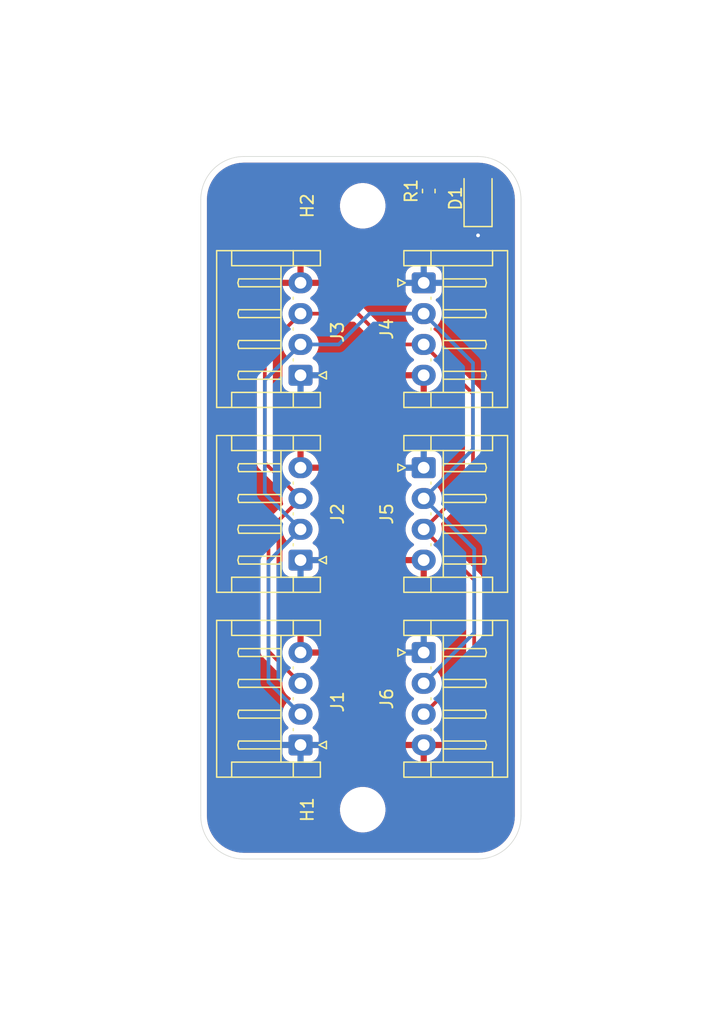
<source format=kicad_pcb>
(kicad_pcb (version 20241229) (generator "pcbnew") (generator_version "9.0")
  (layers (0 "F.Cu" signal) (2 "B.Cu" signal) (13 "F.Paste" user) (15 "B.Paste" user) (5 "F.SilkS" user "F.Silkscreen") (7 "B.SilkS" user "B.Silkscreen") (1 "F.Mask" user) (3 "B.Mask" user) (25 "Edge.Cuts" user))
  (net 0 "")
  (net 1 "GND")
  (net 2 "/PWR_LED")
  (net 3 "+5V")
  (net 4 "/CANL")
  (net 5 "/CANH")
  (footprint "MountingHole:MountingHole_3.2mm_M3" (layer "F.Cu") (at 105.05 125.6)
    (property "Reference" "H1" (at -4.5 0 90) (layer "F.SilkS"))
    (property "Value" "M3")
    (pad "" np_thru_hole circle (at 0 0) (size 3.2 3.2) (drill 3.2) (layers "*.Cu" "*.Mask"))
  )
  (footprint "Connector_JST:JST_EH_S4B-EH_1x04_P2.50mm_Horizontal" (layer "F.Cu") (at 110 82.85 -90)
    (property "Reference" "J4" (at 3.75 3 90) (layer "F.SilkS"))
    (property "Value" "Conn_01x04_Socket")
    (fp_line (start -0.3 2.1) (end 0.3 2.1) (stroke (width 0.12)) (layer "F.SilkS"))
    (fp_line (start 0.3 2.1) (end 0 1.5) (stroke (width 0.12)) (layer "F.SilkS"))
    (fp_line (start -2.61 1.61) (end -2.61 -6.81) (stroke (width 0.12)) (layer "F.SilkS"))
    (fp_line (start -1.39 1.61) (end -2.61 1.61) (stroke (width 0.12)) (layer "F.SilkS"))
    (fp_line (start 8.89 1.61) (end 8.89 -0.59) (stroke (width 0.12)) (layer "F.SilkS"))
    (fp_line (start 10.11 1.61) (end 8.89 1.61) (stroke (width 0.12)) (layer "F.SilkS"))
    (fp_line (start 0 1.5) (end -0.3 2.1) (stroke (width 0.12)) (layer "F.SilkS"))
    (fp_line (start -1.39 -0.59) (end -1.39 1.61) (stroke (width 0.12)) (layer "F.SilkS"))
    (fp_line (start -1.39 -0.59) (end -2.61 -0.59) (stroke (width 0.12)) (layer "F.SilkS"))
    (fp_line (start 1.17 -0.59) (end 1.33 -0.59) (stroke (width 0.12)) (layer "F.SilkS"))
    (fp_line (start 3.67 -0.59) (end 3.83 -0.59) (stroke (width 0.12)) (layer "F.SilkS"))
    (fp_line (start 6.17 -0.59) (end 6.33 -0.59) (stroke (width 0.12)) (layer "F.SilkS"))
    (fp_line (start 8.89 -0.59) (end 10.11 -0.59) (stroke (width 0.12)) (layer "F.SilkS"))
    (fp_line (start -1.39 -1.59) (end 8.89 -1.59) (stroke (width 0.12)) (layer "F.SilkS"))
    (fp_line (start -0.32 -1.59) (end -0.32 -5.01) (stroke (width 0.12)) (layer "F.SilkS"))
    (fp_line (start 0 -1.59) (end -0.32 -1.59) (stroke (width 0.12)) (layer "F.SilkS"))
    (fp_line (start 0.32 -1.59) (end 0 -1.59) (stroke (width 0.12)) (layer "F.SilkS"))
    (fp_line (start 2.18 -1.59) (end 2.18 -5.01) (stroke (width 0.12)) (layer "F.SilkS"))
    (fp_line (start 2.5 -1.59) (end 2.18 -1.59) (stroke (width 0.12)) (layer "F.SilkS"))
    (fp_line (start 2.82 -1.59) (end 2.5 -1.59) (stroke (width 0.12)) (layer "F.SilkS"))
    (fp_line (start 4.68 -1.59) (end 4.68 -5.01) (stroke (width 0.12)) (layer "F.SilkS"))
    (fp_line (start 5 -1.59) (end 4.68 -1.59) (stroke (width 0.12)) (layer "F.SilkS"))
    (fp_line (start 5.32 -1.59) (end 5 -1.59) (stroke (width 0.12)) (layer "F.SilkS"))
    (fp_line (start 7.18 -1.59) (end 7.18 -5.01) (stroke (width 0.12)) (layer "F.SilkS"))
    (fp_line (start 7.5 -1.59) (end 7.18 -1.59) (stroke (width 0.12)) (layer "F.SilkS"))
    (fp_line (start 7.82 -1.59) (end 7.5 -1.59) (stroke (width 0.12)) (layer "F.SilkS"))
    (fp_line (start -0.32 -5.01) (end 0 -5.09) (stroke (width 0.12)) (layer "F.SilkS"))
    (fp_line (start 0.32 -5.01) (end 0.32 -1.59) (stroke (width 0.12)) (layer "F.SilkS"))
    (fp_line (start 2.18 -5.01) (end 2.5 -5.09) (stroke (width 0.12)) (layer "F.SilkS"))
    (fp_line (start 2.82 -5.01) (end 2.82 -1.59) (stroke (width 0.12)) (layer "F.SilkS"))
    (fp_line (start 4.68 -5.01) (end 5 -5.09) (stroke (width 0.12)) (layer "F.SilkS"))
    (fp_line (start 5.32 -5.01) (end 5.32 -1.59) (stroke (width 0.12)) (layer "F.SilkS"))
    (fp_line (start 7.18 -5.01) (end 7.5 -5.09) (stroke (width 0.12)) (layer "F.SilkS"))
    (fp_line (start 7.82 -5.01) (end 7.82 -1.59) (stroke (width 0.12)) (layer "F.SilkS"))
    (fp_line (start 0 -5.09) (end 0.32 -5.01) (stroke (width 0.12)) (layer "F.SilkS"))
    (fp_line (start 2.5 -5.09) (end 2.82 -5.01) (stroke (width 0.12)) (layer "F.SilkS"))
    (fp_line (start 5 -5.09) (end 5.32 -5.01) (stroke (width 0.12)) (layer "F.SilkS"))
    (fp_line (start 7.5 -5.09) (end 7.82 -5.01) (stroke (width 0.12)) (layer "F.SilkS"))
    (fp_line (start -2.61 -5.59) (end -1.39 -5.59) (stroke (width 0.12)) (layer "F.SilkS"))
    (fp_line (start -1.39 -5.59) (end -1.39 -0.59) (stroke (width 0.12)) (layer "F.SilkS"))
    (fp_line (start 8.89 -5.59) (end 8.89 -0.59) (stroke (width 0.12)) (layer "F.SilkS"))
    (fp_line (start 10.11 -5.59) (end 8.89 -5.59) (stroke (width 0.12)) (layer "F.SilkS"))
    (fp_line (start -2.61 -6.81) (end 10.11 -6.81) (stroke (width 0.12)) (layer "F.SilkS"))
    (fp_line (start 10.11 -6.81) (end 10.11 1.61) (stroke (width 0.12)) (layer "F.SilkS"))
    (pad "1" thru_hole roundrect (at 0 0 270) (size 1.7 1.95) (drill 0.95) (layers "*.Cu" "*.Mask") (roundrect_rratio 0.147059) (net 1 "GND"))
    (pad "2" thru_hole oval (at 2.5 0 270) (size 1.7 1.95) (drill 0.95) (layers "*.Cu" "*.Mask") (net 5 "/CANH"))
    (pad "3" thru_hole oval (at 5 0 270) (size 1.7 1.95) (drill 0.95) (layers "*.Cu" "*.Mask") (net 4 "/CANL"))
    (pad "4" thru_hole oval (at 7.5 0 270) (size 1.7 1.95) (drill 0.95) (layers "*.Cu" "*.Mask") (net 3 "+5V"))
  )
  (footprint "Connector_JST:JST_EH_S4B-EH_1x04_P2.50mm_Horizontal" (layer "F.Cu") (at 100 120.35 90)
    (property "Reference" "J1" (at 3.5 3 90) (layer "F.SilkS"))
    (property "Value" "Conn_01x04_Socket")
    (fp_line (start 10.11 -6.81) (end 10.11 1.61) (stroke (width 0.12)) (layer "F.SilkS"))
    (fp_line (start -2.61 -6.81) (end 10.11 -6.81) (stroke (width 0.12)) (layer "F.SilkS"))
    (fp_line (start 10.11 -5.59) (end 8.89 -5.59) (stroke (width 0.12)) (layer "F.SilkS"))
    (fp_line (start 8.89 -5.59) (end 8.89 -0.59) (stroke (width 0.12)) (layer "F.SilkS"))
    (fp_line (start -1.39 -5.59) (end -1.39 -0.59) (stroke (width 0.12)) (layer "F.SilkS"))
    (fp_line (start -2.61 -5.59) (end -1.39 -5.59) (stroke (width 0.12)) (layer "F.SilkS"))
    (fp_line (start 7.5 -5.09) (end 7.82 -5.01) (stroke (width 0.12)) (layer "F.SilkS"))
    (fp_line (start 5 -5.09) (end 5.32 -5.01) (stroke (width 0.12)) (layer "F.SilkS"))
    (fp_line (start 2.5 -5.09) (end 2.82 -5.01) (stroke (width 0.12)) (layer "F.SilkS"))
    (fp_line (start 0 -5.09) (end 0.32 -5.01) (stroke (width 0.12)) (layer "F.SilkS"))
    (fp_line (start 7.82 -5.01) (end 7.82 -1.59) (stroke (width 0.12)) (layer "F.SilkS"))
    (fp_line (start 7.18 -5.01) (end 7.5 -5.09) (stroke (width 0.12)) (layer "F.SilkS"))
    (fp_line (start 5.32 -5.01) (end 5.32 -1.59) (stroke (width 0.12)) (layer "F.SilkS"))
    (fp_line (start 4.68 -5.01) (end 5 -5.09) (stroke (width 0.12)) (layer "F.SilkS"))
    (fp_line (start 2.82 -5.01) (end 2.82 -1.59) (stroke (width 0.12)) (layer "F.SilkS"))
    (fp_line (start 2.18 -5.01) (end 2.5 -5.09) (stroke (width 0.12)) (layer "F.SilkS"))
    (fp_line (start 0.32 -5.01) (end 0.32 -1.59) (stroke (width 0.12)) (layer "F.SilkS"))
    (fp_line (start -0.32 -5.01) (end 0 -5.09) (stroke (width 0.12)) (layer "F.SilkS"))
    (fp_line (start 7.82 -1.59) (end 7.5 -1.59) (stroke (width 0.12)) (layer "F.SilkS"))
    (fp_line (start 7.5 -1.59) (end 7.18 -1.59) (stroke (width 0.12)) (layer "F.SilkS"))
    (fp_line (start 7.18 -1.59) (end 7.18 -5.01) (stroke (width 0.12)) (layer "F.SilkS"))
    (fp_line (start 5.32 -1.59) (end 5 -1.59) (stroke (width 0.12)) (layer "F.SilkS"))
    (fp_line (start 5 -1.59) (end 4.68 -1.59) (stroke (width 0.12)) (layer "F.SilkS"))
    (fp_line (start 4.68 -1.59) (end 4.68 -5.01) (stroke (width 0.12)) (layer "F.SilkS"))
    (fp_line (start 2.82 -1.59) (end 2.5 -1.59) (stroke (width 0.12)) (layer "F.SilkS"))
    (fp_line (start 2.5 -1.59) (end 2.18 -1.59) (stroke (width 0.12)) (layer "F.SilkS"))
    (fp_line (start 2.18 -1.59) (end 2.18 -5.01) (stroke (width 0.12)) (layer "F.SilkS"))
    (fp_line (start 0.32 -1.59) (end 0 -1.59) (stroke (width 0.12)) (layer "F.SilkS"))
    (fp_line (start 0 -1.59) (end -0.32 -1.59) (stroke (width 0.12)) (layer "F.SilkS"))
    (fp_line (start -0.32 -1.59) (end -0.32 -5.01) (stroke (width 0.12)) (layer "F.SilkS"))
    (fp_line (start -1.39 -1.59) (end 8.89 -1.59) (stroke (width 0.12)) (layer "F.SilkS"))
    (fp_line (start 8.89 -0.59) (end 10.11 -0.59) (stroke (width 0.12)) (layer "F.SilkS"))
    (fp_line (start 6.17 -0.59) (end 6.33 -0.59) (stroke (width 0.12)) (layer "F.SilkS"))
    (fp_line (start 3.67 -0.59) (end 3.83 -0.59) (stroke (width 0.12)) (layer "F.SilkS"))
    (fp_line (start 1.17 -0.59) (end 1.33 -0.59) (stroke (width 0.12)) (layer "F.SilkS"))
    (fp_line (start -1.39 -0.59) (end -2.61 -0.59) (stroke (width 0.12)) (layer "F.SilkS"))
    (fp_line (start -1.39 -0.59) (end -1.39 1.61) (stroke (width 0.12)) (layer "F.SilkS"))
    (fp_line (start 0 1.5) (end -0.3 2.1) (stroke (width 0.12)) (layer "F.SilkS"))
    (fp_line (start 10.11 1.61) (end 8.89 1.61) (stroke (width 0.12)) (layer "F.SilkS"))
    (fp_line (start 8.89 1.61) (end 8.89 -0.59) (stroke (width 0.12)) (layer "F.SilkS"))
    (fp_line (start -1.39 1.61) (end -2.61 1.61) (stroke (width 0.12)) (layer "F.SilkS"))
    (fp_line (start -2.61 1.61) (end -2.61 -6.81) (stroke (width 0.12)) (layer "F.SilkS"))
    (fp_line (start 0.3 2.1) (end 0 1.5) (stroke (width 0.12)) (layer "F.SilkS"))
    (fp_line (start -0.3 2.1) (end 0.3 2.1) (stroke (width 0.12)) (layer "F.SilkS"))
    (pad "1" thru_hole roundrect (at 0 0 90) (size 1.7 1.95) (drill 0.95) (layers "*.Cu" "*.Mask") (roundrect_rratio 0.147059) (net 1 "GND"))
    (pad "2" thru_hole oval (at 2.5 0 90) (size 1.7 1.95) (drill 0.95) (layers "*.Cu" "*.Mask") (net 5 "/CANH"))
    (pad "3" thru_hole oval (at 5 0 90) (size 1.7 1.95) (drill 0.95) (layers "*.Cu" "*.Mask") (net 4 "/CANL"))
    (pad "4" thru_hole oval (at 7.5 0 90) (size 1.7 1.95) (drill 0.95) (layers "*.Cu" "*.Mask") (net 3 "+5V"))
  )
  (footprint "Capacitor_SMD:C_0603_1608Metric" (layer "F.Cu") (at 110.4125 75.4 90)
    (property "Reference" "R1" (at 0 -1.43 90) (layer "F.SilkS"))
    (property "Value" "220")
    (fp_line (start -0.14058 -0.51) (end 0.14058 -0.51) (stroke (width 0.12)) (layer "F.SilkS"))
    (fp_line (start -0.14058 0.51) (end 0.14058 0.51) (stroke (width 0.12)) (layer "F.SilkS"))
    (pad "1" smd roundrect (at -0.775 0 90) (size 0.9 0.95) (layers "F.Cu" "F.Mask" "F.Paste") (net 3 "+5V"))
    (pad "2" smd roundrect (at 0.775 0 90) (size 0.9 0.95) (layers "F.Cu" "F.Mask" "F.Paste") (net 2 "/PWR_LED"))
  )
  (footprint "Connector_JST:JST_EH_S4B-EH_1x04_P2.50mm_Horizontal" (layer "F.Cu") (at 100 105.35 90)
    (property "Reference" "J2" (at 3.75 3 90) (layer "F.SilkS"))
    (property "Value" "Conn_01x04_Socket")
    (fp_line (start 10.11 -6.81) (end 10.11 1.61) (stroke (width 0.12)) (layer "F.SilkS"))
    (fp_line (start -2.61 -6.81) (end 10.11 -6.81) (stroke (width 0.12)) (layer "F.SilkS"))
    (fp_line (start 10.11 -5.59) (end 8.89 -5.59) (stroke (width 0.12)) (layer "F.SilkS"))
    (fp_line (start 8.89 -5.59) (end 8.89 -0.59) (stroke (width 0.12)) (layer "F.SilkS"))
    (fp_line (start -1.39 -5.59) (end -1.39 -0.59) (stroke (width 0.12)) (layer "F.SilkS"))
    (fp_line (start -2.61 -5.59) (end -1.39 -5.59) (stroke (width 0.12)) (layer "F.SilkS"))
    (fp_line (start 7.5 -5.09) (end 7.82 -5.01) (stroke (width 0.12)) (layer "F.SilkS"))
    (fp_line (start 5 -5.09) (end 5.32 -5.01) (stroke (width 0.12)) (layer "F.SilkS"))
    (fp_line (start 2.5 -5.09) (end 2.82 -5.01) (stroke (width 0.12)) (layer "F.SilkS"))
    (fp_line (start 0 -5.09) (end 0.32 -5.01) (stroke (width 0.12)) (layer "F.SilkS"))
    (fp_line (start 7.82 -5.01) (end 7.82 -1.59) (stroke (width 0.12)) (layer "F.SilkS"))
    (fp_line (start 7.18 -5.01) (end 7.5 -5.09) (stroke (width 0.12)) (layer "F.SilkS"))
    (fp_line (start 5.32 -5.01) (end 5.32 -1.59) (stroke (width 0.12)) (layer "F.SilkS"))
    (fp_line (start 4.68 -5.01) (end 5 -5.09) (stroke (width 0.12)) (layer "F.SilkS"))
    (fp_line (start 2.82 -5.01) (end 2.82 -1.59) (stroke (width 0.12)) (layer "F.SilkS"))
    (fp_line (start 2.18 -5.01) (end 2.5 -5.09) (stroke (width 0.12)) (layer "F.SilkS"))
    (fp_line (start 0.32 -5.01) (end 0.32 -1.59) (stroke (width 0.12)) (layer "F.SilkS"))
    (fp_line (start -0.32 -5.01) (end 0 -5.09) (stroke (width 0.12)) (layer "F.SilkS"))
    (fp_line (start 7.82 -1.59) (end 7.5 -1.59) (stroke (width 0.12)) (layer "F.SilkS"))
    (fp_line (start 7.5 -1.59) (end 7.18 -1.59) (stroke (width 0.12)) (layer "F.SilkS"))
    (fp_line (start 7.18 -1.59) (end 7.18 -5.01) (stroke (width 0.12)) (layer "F.SilkS"))
    (fp_line (start 5.32 -1.59) (end 5 -1.59) (stroke (width 0.12)) (layer "F.SilkS"))
    (fp_line (start 5 -1.59) (end 4.68 -1.59) (stroke (width 0.12)) (layer "F.SilkS"))
    (fp_line (start 4.68 -1.59) (end 4.68 -5.01) (stroke (width 0.12)) (layer "F.SilkS"))
    (fp_line (start 2.82 -1.59) (end 2.5 -1.59) (stroke (width 0.12)) (layer "F.SilkS"))
    (fp_line (start 2.5 -1.59) (end 2.18 -1.59) (stroke (width 0.12)) (layer "F.SilkS"))
    (fp_line (start 2.18 -1.59) (end 2.18 -5.01) (stroke (width 0.12)) (layer "F.SilkS"))
    (fp_line (start 0.32 -1.59) (end 0 -1.59) (stroke (width 0.12)) (layer "F.SilkS"))
    (fp_line (start 0 -1.59) (end -0.32 -1.59) (stroke (width 0.12)) (layer "F.SilkS"))
    (fp_line (start -0.32 -1.59) (end -0.32 -5.01) (stroke (width 0.12)) (layer "F.SilkS"))
    (fp_line (start -1.39 -1.59) (end 8.89 -1.59) (stroke (width 0.12)) (layer "F.SilkS"))
    (fp_line (start 8.89 -0.59) (end 10.11 -0.59) (stroke (width 0.12)) (layer "F.SilkS"))
    (fp_line (start 6.17 -0.59) (end 6.33 -0.59) (stroke (width 0.12)) (layer "F.SilkS"))
    (fp_line (start 3.67 -0.59) (end 3.83 -0.59) (stroke (width 0.12)) (layer "F.SilkS"))
    (fp_line (start 1.17 -0.59) (end 1.33 -0.59) (stroke (width 0.12)) (layer "F.SilkS"))
    (fp_line (start -1.39 -0.59) (end -2.61 -0.59) (stroke (width 0.12)) (layer "F.SilkS"))
    (fp_line (start -1.39 -0.59) (end -1.39 1.61) (stroke (width 0.12)) (layer "F.SilkS"))
    (fp_line (start 0 1.5) (end -0.3 2.1) (stroke (width 0.12)) (layer "F.SilkS"))
    (fp_line (start 10.11 1.61) (end 8.89 1.61) (stroke (width 0.12)) (layer "F.SilkS"))
    (fp_line (start 8.89 1.61) (end 8.89 -0.59) (stroke (width 0.12)) (layer "F.SilkS"))
    (fp_line (start -1.39 1.61) (end -2.61 1.61) (stroke (width 0.12)) (layer "F.SilkS"))
    (fp_line (start -2.61 1.61) (end -2.61 -6.81) (stroke (width 0.12)) (layer "F.SilkS"))
    (fp_line (start 0.3 2.1) (end 0 1.5) (stroke (width 0.12)) (layer "F.SilkS"))
    (fp_line (start -0.3 2.1) (end 0.3 2.1) (stroke (width 0.12)) (layer "F.SilkS"))
    (pad "1" thru_hole roundrect (at 0 0 90) (size 1.7 1.95) (drill 0.95) (layers "*.Cu" "*.Mask") (roundrect_rratio 0.147059) (net 1 "GND"))
    (pad "2" thru_hole oval (at 2.5 0 90) (size 1.7 1.95) (drill 0.95) (layers "*.Cu" "*.Mask") (net 5 "/CANH"))
    (pad "3" thru_hole oval (at 5 0 90) (size 1.7 1.95) (drill 0.95) (layers "*.Cu" "*.Mask") (net 4 "/CANL"))
    (pad "4" thru_hole oval (at 7.5 0 90) (size 1.7 1.95) (drill 0.95) (layers "*.Cu" "*.Mask") (net 3 "+5V"))
  )
  (footprint "MountingHole:MountingHole_3.2mm_M3" (layer "F.Cu") (at 105.05 76.6)
    (property "Reference" "H2" (at -4.5 0 90) (layer "F.SilkS"))
    (property "Value" "M3")
    (pad "" np_thru_hole circle (at 0 0) (size 3.2 3.2) (drill 3.2) (layers "*.Cu" "*.Mask"))
  )
  (footprint "Connector_JST:JST_EH_S4B-EH_1x04_P2.50mm_Horizontal" (layer "F.Cu") (at 110 112.85 -90)
    (property "Reference" "J6" (at 3.75 3 90) (layer "F.SilkS"))
    (property "Value" "Conn_01x04_Socket")
    (fp_line (start -0.3 2.1) (end 0.3 2.1) (stroke (width 0.12)) (layer "F.SilkS"))
    (fp_line (start 0.3 2.1) (end 0 1.5) (stroke (width 0.12)) (layer "F.SilkS"))
    (fp_line (start -2.61 1.61) (end -2.61 -6.81) (stroke (width 0.12)) (layer "F.SilkS"))
    (fp_line (start -1.39 1.61) (end -2.61 1.61) (stroke (width 0.12)) (layer "F.SilkS"))
    (fp_line (start 8.89 1.61) (end 8.89 -0.59) (stroke (width 0.12)) (layer "F.SilkS"))
    (fp_line (start 10.11 1.61) (end 8.89 1.61) (stroke (width 0.12)) (layer "F.SilkS"))
    (fp_line (start 0 1.5) (end -0.3 2.1) (stroke (width 0.12)) (layer "F.SilkS"))
    (fp_line (start -1.39 -0.59) (end -1.39 1.61) (stroke (width 0.12)) (layer "F.SilkS"))
    (fp_line (start -1.39 -0.59) (end -2.61 -0.59) (stroke (width 0.12)) (layer "F.SilkS"))
    (fp_line (start 1.17 -0.59) (end 1.33 -0.59) (stroke (width 0.12)) (layer "F.SilkS"))
    (fp_line (start 3.67 -0.59) (end 3.83 -0.59) (stroke (width 0.12)) (layer "F.SilkS"))
    (fp_line (start 6.17 -0.59) (end 6.33 -0.59) (stroke (width 0.12)) (layer "F.SilkS"))
    (fp_line (start 8.89 -0.59) (end 10.11 -0.59) (stroke (width 0.12)) (layer "F.SilkS"))
    (fp_line (start -1.39 -1.59) (end 8.89 -1.59) (stroke (width 0.12)) (layer "F.SilkS"))
    (fp_line (start -0.32 -1.59) (end -0.32 -5.01) (stroke (width 0.12)) (layer "F.SilkS"))
    (fp_line (start 0 -1.59) (end -0.32 -1.59) (stroke (width 0.12)) (layer "F.SilkS"))
    (fp_line (start 0.32 -1.59) (end 0 -1.59) (stroke (width 0.12)) (layer "F.SilkS"))
    (fp_line (start 2.18 -1.59) (end 2.18 -5.01) (stroke (width 0.12)) (layer "F.SilkS"))
    (fp_line (start 2.5 -1.59) (end 2.18 -1.59) (stroke (width 0.12)) (layer "F.SilkS"))
    (fp_line (start 2.82 -1.59) (end 2.5 -1.59) (stroke (width 0.12)) (layer "F.SilkS"))
    (fp_line (start 4.68 -1.59) (end 4.68 -5.01) (stroke (width 0.12)) (layer "F.SilkS"))
    (fp_line (start 5 -1.59) (end 4.68 -1.59) (stroke (width 0.12)) (layer "F.SilkS"))
    (fp_line (start 5.32 -1.59) (end 5 -1.59) (stroke (width 0.12)) (layer "F.SilkS"))
    (fp_line (start 7.18 -1.59) (end 7.18 -5.01) (stroke (width 0.12)) (layer "F.SilkS"))
    (fp_line (start 7.5 -1.59) (end 7.18 -1.59) (stroke (width 0.12)) (layer "F.SilkS"))
    (fp_line (start 7.82 -1.59) (end 7.5 -1.59) (stroke (width 0.12)) (layer "F.SilkS"))
    (fp_line (start -0.32 -5.01) (end 0 -5.09) (stroke (width 0.12)) (layer "F.SilkS"))
    (fp_line (start 0.32 -5.01) (end 0.32 -1.59) (stroke (width 0.12)) (layer "F.SilkS"))
    (fp_line (start 2.18 -5.01) (end 2.5 -5.09) (stroke (width 0.12)) (layer "F.SilkS"))
    (fp_line (start 2.82 -5.01) (end 2.82 -1.59) (stroke (width 0.12)) (layer "F.SilkS"))
    (fp_line (start 4.68 -5.01) (end 5 -5.09) (stroke (width 0.12)) (layer "F.SilkS"))
    (fp_line (start 5.32 -5.01) (end 5.32 -1.59) (stroke (width 0.12)) (layer "F.SilkS"))
    (fp_line (start 7.18 -5.01) (end 7.5 -5.09) (stroke (width 0.12)) (layer "F.SilkS"))
    (fp_line (start 7.82 -5.01) (end 7.82 -1.59) (stroke (width 0.12)) (layer "F.SilkS"))
    (fp_line (start 0 -5.09) (end 0.32 -5.01) (stroke (width 0.12)) (layer "F.SilkS"))
    (fp_line (start 2.5 -5.09) (end 2.82 -5.01) (stroke (width 0.12)) (layer "F.SilkS"))
    (fp_line (start 5 -5.09) (end 5.32 -5.01) (stroke (width 0.12)) (layer "F.SilkS"))
    (fp_line (start 7.5 -5.09) (end 7.82 -5.01) (stroke (width 0.12)) (layer "F.SilkS"))
    (fp_line (start -2.61 -5.59) (end -1.39 -5.59) (stroke (width 0.12)) (layer "F.SilkS"))
    (fp_line (start -1.39 -5.59) (end -1.39 -0.59) (stroke (width 0.12)) (layer "F.SilkS"))
    (fp_line (start 8.89 -5.59) (end 8.89 -0.59) (stroke (width 0.12)) (layer "F.SilkS"))
    (fp_line (start 10.11 -5.59) (end 8.89 -5.59) (stroke (width 0.12)) (layer "F.SilkS"))
    (fp_line (start -2.61 -6.81) (end 10.11 -6.81) (stroke (width 0.12)) (layer "F.SilkS"))
    (fp_line (start 10.11 -6.81) (end 10.11 1.61) (stroke (width 0.12)) (layer "F.SilkS"))
    (pad "1" thru_hole roundrect (at 0 0 270) (size 1.7 1.95) (drill 0.95) (layers "*.Cu" "*.Mask") (roundrect_rratio 0.147059) (net 1 "GND"))
    (pad "2" thru_hole oval (at 2.5 0 270) (size 1.7 1.95) (drill 0.95) (layers "*.Cu" "*.Mask") (net 5 "/CANH"))
    (pad "3" thru_hole oval (at 5 0 270) (size 1.7 1.95) (drill 0.95) (layers "*.Cu" "*.Mask") (net 4 "/CANL"))
    (pad "4" thru_hole oval (at 7.5 0 270) (size 1.7 1.95) (drill 0.95) (layers "*.Cu" "*.Mask") (net 3 "+5V"))
  )
  (footprint "LED_SMD:LED_1206_3216Metric" (layer "F.Cu") (at 114.4125 76 90)
    (property "Reference" "D1" (at 0 -1.83 90) (layer "F.SilkS"))
    (property "Value" "RED")
    (fp_line (start 1.6 -1.135) (end -2.285 -1.135) (stroke (width 0.12)) (layer "F.SilkS"))
    (fp_line (start -2.285 -1.135) (end -2.285 1.135) (stroke (width 0.12)) (layer "F.SilkS"))
    (fp_line (start -2.285 1.135) (end 1.6 1.135) (stroke (width 0.12)) (layer "F.SilkS"))
    (pad "1" smd roundrect (at -1.4 0 90) (size 1.25 1.75) (layers "F.Cu" "F.Mask" "F.Paste") (roundrect_rratio 0.2) (net 1 "GND"))
    (pad "2" smd roundrect (at 1.4 0 90) (size 1.25 1.75) (layers "F.Cu" "F.Mask" "F.Paste") (roundrect_rratio 0.2) (net 2 "/PWR_LED"))
  )
  (footprint "Connector_JST:JST_EH_S4B-EH_1x04_P2.50mm_Horizontal" (layer "F.Cu") (at 100 90.35 90)
    (property "Reference" "J3" (at 3.5 3 90) (layer "F.SilkS"))
    (property "Value" "Conn_01x04_Socket")
    (fp_line (start 10.11 -6.81) (end 10.11 1.61) (stroke (width 0.12)) (layer "F.SilkS"))
    (fp_line (start -2.61 -6.81) (end 10.11 -6.81) (stroke (width 0.12)) (layer "F.SilkS"))
    (fp_line (start 10.11 -5.59) (end 8.89 -5.59) (stroke (width 0.12)) (layer "F.SilkS"))
    (fp_line (start 8.89 -5.59) (end 8.89 -0.59) (stroke (width 0.12)) (layer "F.SilkS"))
    (fp_line (start -1.39 -5.59) (end -1.39 -0.59) (stroke (width 0.12)) (layer "F.SilkS"))
    (fp_line (start -2.61 -5.59) (end -1.39 -5.59) (stroke (width 0.12)) (layer "F.SilkS"))
    (fp_line (start 7.5 -5.09) (end 7.82 -5.01) (stroke (width 0.12)) (layer "F.SilkS"))
    (fp_line (start 5 -5.09) (end 5.32 -5.01) (stroke (width 0.12)) (layer "F.SilkS"))
    (fp_line (start 2.5 -5.09) (end 2.82 -5.01) (stroke (width 0.12)) (layer "F.SilkS"))
    (fp_line (start 0 -5.09) (end 0.32 -5.01) (stroke (width 0.12)) (layer "F.SilkS"))
    (fp_line (start 7.82 -5.01) (end 7.82 -1.59) (stroke (width 0.12)) (layer "F.SilkS"))
    (fp_line (start 7.18 -5.01) (end 7.5 -5.09) (stroke (width 0.12)) (layer "F.SilkS"))
    (fp_line (start 5.32 -5.01) (end 5.32 -1.59) (stroke (width 0.12)) (layer "F.SilkS"))
    (fp_line (start 4.68 -5.01) (end 5 -5.09) (stroke (width 0.12)) (layer "F.SilkS"))
    (fp_line (start 2.82 -5.01) (end 2.82 -1.59) (stroke (width 0.12)) (layer "F.SilkS"))
    (fp_line (start 2.18 -5.01) (end 2.5 -5.09) (stroke (width 0.12)) (layer "F.SilkS"))
    (fp_line (start 0.32 -5.01) (end 0.32 -1.59) (stroke (width 0.12)) (layer "F.SilkS"))
    (fp_line (start -0.32 -5.01) (end 0 -5.09) (stroke (width 0.12)) (layer "F.SilkS"))
    (fp_line (start 7.82 -1.59) (end 7.5 -1.59) (stroke (width 0.12)) (layer "F.SilkS"))
    (fp_line (start 7.5 -1.59) (end 7.18 -1.59) (stroke (width 0.12)) (layer "F.SilkS"))
    (fp_line (start 7.18 -1.59) (end 7.18 -5.01) (stroke (width 0.12)) (layer "F.SilkS"))
    (fp_line (start 5.32 -1.59) (end 5 -1.59) (stroke (width 0.12)) (layer "F.SilkS"))
    (fp_line (start 5 -1.59) (end 4.68 -1.59) (stroke (width 0.12)) (layer "F.SilkS"))
    (fp_line (start 4.68 -1.59) (end 4.68 -5.01) (stroke (width 0.12)) (layer "F.SilkS"))
    (fp_line (start 2.82 -1.59) (end 2.5 -1.59) (stroke (width 0.12)) (layer "F.SilkS"))
    (fp_line (start 2.5 -1.59) (end 2.18 -1.59) (stroke (width 0.12)) (layer "F.SilkS"))
    (fp_line (start 2.18 -1.59) (end 2.18 -5.01) (stroke (width 0.12)) (layer "F.SilkS"))
    (fp_line (start 0.32 -1.59) (end 0 -1.59) (stroke (width 0.12)) (layer "F.SilkS"))
    (fp_line (start 0 -1.59) (end -0.32 -1.59) (stroke (width 0.12)) (layer "F.SilkS"))
    (fp_line (start -0.32 -1.59) (end -0.32 -5.01) (stroke (width 0.12)) (layer "F.SilkS"))
    (fp_line (start -1.39 -1.59) (end 8.89 -1.59) (stroke (width 0.12)) (layer "F.SilkS"))
    (fp_line (start 8.89 -0.59) (end 10.11 -0.59) (stroke (width 0.12)) (layer "F.SilkS"))
    (fp_line (start 6.17 -0.59) (end 6.33 -0.59) (stroke (width 0.12)) (layer "F.SilkS"))
    (fp_line (start 3.67 -0.59) (end 3.83 -0.59) (stroke (width 0.12)) (layer "F.SilkS"))
    (fp_line (start 1.17 -0.59) (end 1.33 -0.59) (stroke (width 0.12)) (layer "F.SilkS"))
    (fp_line (start -1.39 -0.59) (end -2.61 -0.59) (stroke (width 0.12)) (layer "F.SilkS"))
    (fp_line (start -1.39 -0.59) (end -1.39 1.61) (stroke (width 0.12)) (layer "F.SilkS"))
    (fp_line (start 0 1.5) (end -0.3 2.1) (stroke (width 0.12)) (layer "F.SilkS"))
    (fp_line (start 10.11 1.61) (end 8.89 1.61) (stroke (width 0.12)) (layer "F.SilkS"))
    (fp_line (start 8.89 1.61) (end 8.89 -0.59) (stroke (width 0.12)) (layer "F.SilkS"))
    (fp_line (start -1.39 1.61) (end -2.61 1.61) (stroke (width 0.12)) (layer "F.SilkS"))
    (fp_line (start -2.61 1.61) (end -2.61 -6.81) (stroke (width 0.12)) (layer "F.SilkS"))
    (fp_line (start 0.3 2.1) (end 0 1.5) (stroke (width 0.12)) (layer "F.SilkS"))
    (fp_line (start -0.3 2.1) (end 0.3 2.1) (stroke (width 0.12)) (layer "F.SilkS"))
    (pad "1" thru_hole roundrect (at 0 0 90) (size 1.7 1.95) (drill 0.95) (layers "*.Cu" "*.Mask") (roundrect_rratio 0.147059) (net 1 "GND"))
    (pad "2" thru_hole oval (at 2.5 0 90) (size 1.7 1.95) (drill 0.95) (layers "*.Cu" "*.Mask") (net 5 "/CANH"))
    (pad "3" thru_hole oval (at 5 0 90) (size 1.7 1.95) (drill 0.95) (layers "*.Cu" "*.Mask") (net 4 "/CANL"))
    (pad "4" thru_hole oval (at 7.5 0 90) (size 1.7 1.95) (drill 0.95) (layers "*.Cu" "*.Mask") (net 3 "+5V"))
  )
  (footprint "Connector_JST:JST_EH_S4B-EH_1x04_P2.50mm_Horizontal" (layer "F.Cu") (at 110 97.85 -90)
    (property "Reference" "J5" (at 3.75 3 90) (layer "F.SilkS"))
    (property "Value" "Conn_01x04_Socket")
    (fp_line (start -0.3 2.1) (end 0.3 2.1) (stroke (width 0.12)) (layer "F.SilkS"))
    (fp_line (start 0.3 2.1) (end 0 1.5) (stroke (width 0.12)) (layer "F.SilkS"))
    (fp_line (start -2.61 1.61) (end -2.61 -6.81) (stroke (width 0.12)) (layer "F.SilkS"))
    (fp_line (start -1.39 1.61) (end -2.61 1.61) (stroke (width 0.12)) (layer "F.SilkS"))
    (fp_line (start 8.89 1.61) (end 8.89 -0.59) (stroke (width 0.12)) (layer "F.SilkS"))
    (fp_line (start 10.11 1.61) (end 8.89 1.61) (stroke (width 0.12)) (layer "F.SilkS"))
    (fp_line (start 0 1.5) (end -0.3 2.1) (stroke (width 0.12)) (layer "F.SilkS"))
    (fp_line (start -1.39 -0.59) (end -1.39 1.61) (stroke (width 0.12)) (layer "F.SilkS"))
    (fp_line (start -1.39 -0.59) (end -2.61 -0.59) (stroke (width 0.12)) (layer "F.SilkS"))
    (fp_line (start 1.17 -0.59) (end 1.33 -0.59) (stroke (width 0.12)) (layer "F.SilkS"))
    (fp_line (start 3.67 -0.59) (end 3.83 -0.59) (stroke (width 0.12)) (layer "F.SilkS"))
    (fp_line (start 6.17 -0.59) (end 6.33 -0.59) (stroke (width 0.12)) (layer "F.SilkS"))
    (fp_line (start 8.89 -0.59) (end 10.11 -0.59) (stroke (width 0.12)) (layer "F.SilkS"))
    (fp_line (start -1.39 -1.59) (end 8.89 -1.59) (stroke (width 0.12)) (layer "F.SilkS"))
    (fp_line (start -0.32 -1.59) (end -0.32 -5.01) (stroke (width 0.12)) (layer "F.SilkS"))
    (fp_line (start 0 -1.59) (end -0.32 -1.59) (stroke (width 0.12)) (layer "F.SilkS"))
    (fp_line (start 0.32 -1.59) (end 0 -1.59) (stroke (width 0.12)) (layer "F.SilkS"))
    (fp_line (start 2.18 -1.59) (end 2.18 -5.01) (stroke (width 0.12)) (layer "F.SilkS"))
    (fp_line (start 2.5 -1.59) (end 2.18 -1.59) (stroke (width 0.12)) (layer "F.SilkS"))
    (fp_line (start 2.82 -1.59) (end 2.5 -1.59) (stroke (width 0.12)) (layer "F.SilkS"))
    (fp_line (start 4.68 -1.59) (end 4.68 -5.01) (stroke (width 0.12)) (layer "F.SilkS"))
    (fp_line (start 5 -1.59) (end 4.68 -1.59) (stroke (width 0.12)) (layer "F.SilkS"))
    (fp_line (start 5.32 -1.59) (end 5 -1.59) (stroke (width 0.12)) (layer "F.SilkS"))
    (fp_line (start 7.18 -1.59) (end 7.18 -5.01) (stroke (width 0.12)) (layer "F.SilkS"))
    (fp_line (start 7.5 -1.59) (end 7.18 -1.59) (stroke (width 0.12)) (layer "F.SilkS"))
    (fp_line (start 7.82 -1.59) (end 7.5 -1.59) (stroke (width 0.12)) (layer "F.SilkS"))
    (fp_line (start -0.32 -5.01) (end 0 -5.09) (stroke (width 0.12)) (layer "F.SilkS"))
    (fp_line (start 0.32 -5.01) (end 0.32 -1.59) (stroke (width 0.12)) (layer "F.SilkS"))
    (fp_line (start 2.18 -5.01) (end 2.5 -5.09) (stroke (width 0.12)) (layer "F.SilkS"))
    (fp_line (start 2.82 -5.01) (end 2.82 -1.59) (stroke (width 0.12)) (layer "F.SilkS"))
    (fp_line (start 4.68 -5.01) (end 5 -5.09) (stroke (width 0.12)) (layer "F.SilkS"))
    (fp_line (start 5.32 -5.01) (end 5.32 -1.59) (stroke (width 0.12)) (layer "F.SilkS"))
    (fp_line (start 7.18 -5.01) (end 7.5 -5.09) (stroke (width 0.12)) (layer "F.SilkS"))
    (fp_line (start 7.82 -5.01) (end 7.82 -1.59) (stroke (width 0.12)) (layer "F.SilkS"))
    (fp_line (start 0 -5.09) (end 0.32 -5.01) (stroke (width 0.12)) (layer "F.SilkS"))
    (fp_line (start 2.5 -5.09) (end 2.82 -5.01) (stroke (width 0.12)) (layer "F.SilkS"))
    (fp_line (start 5 -5.09) (end 5.32 -5.01) (stroke (width 0.12)) (layer "F.SilkS"))
    (fp_line (start 7.5 -5.09) (end 7.82 -5.01) (stroke (width 0.12)) (layer "F.SilkS"))
    (fp_line (start -2.61 -5.59) (end -1.39 -5.59) (stroke (width 0.12)) (layer "F.SilkS"))
    (fp_line (start -1.39 -5.59) (end -1.39 -0.59) (stroke (width 0.12)) (layer "F.SilkS"))
    (fp_line (start 8.89 -5.59) (end 8.89 -0.59) (stroke (width 0.12)) (layer "F.SilkS"))
    (fp_line (start 10.11 -5.59) (end 8.89 -5.59) (stroke (width 0.12)) (layer "F.SilkS"))
    (fp_line (start -2.61 -6.81) (end 10.11 -6.81) (stroke (width 0.12)) (layer "F.SilkS"))
    (fp_line (start 10.11 -6.81) (end 10.11 1.61) (stroke (width 0.12)) (layer "F.SilkS"))
    (pad "1" thru_hole roundrect (at 0 0 270) (size 1.7 1.95) (drill 0.95) (layers "*.Cu" "*.Mask") (roundrect_rratio 0.147059) (net 1 "GND"))
    (pad "2" thru_hole oval (at 2.5 0 270) (size 1.7 1.95) (drill 0.95) (layers "*.Cu" "*.Mask") (net 5 "/CANH"))
    (pad "3" thru_hole oval (at 5 0 270) (size 1.7 1.95) (drill 0.95) (layers "*.Cu" "*.Mask") (net 4 "/CANL"))
    (pad "4" thru_hole oval (at 7.5 0 270) (size 1.7 1.95) (drill 0.95) (layers "*.Cu" "*.Mask") (net 3 "+5V"))
  )
  (gr_line (start 114.4 129.6) (end 95.4 129.6) (stroke (width 0.05)) (layer "Edge.Cuts"))
  (gr_line (start 91.9 126.1) (end 91.9 76.1) (stroke (width 0.05)) (layer "Edge.Cuts"))
  (gr_arc (start 95.4 129.6) (mid 92.925126 128.574874) (end 91.9 126.1) (stroke (width 0.05)) (layer "Edge.Cuts"))
  (gr_arc (start 91.9 76.1) (mid 92.925126 73.625126) (end 95.4 72.6) (stroke (width 0.05)) (layer "Edge.Cuts"))
  (gr_arc (start 114.4 72.6) (mid 116.874874 73.625126) (end 117.9 76.1) (stroke (width 0.05)) (layer "Edge.Cuts"))
  (gr_arc (start 117.9 126.1) (mid 116.874874 128.574874) (end 114.4 129.6) (stroke (width 0.05)) (layer "Edge.Cuts"))
  (gr_line (start 95.4 72.6) (end 114.4 72.6) (stroke (width 0.05)) (layer "Edge.Cuts"))
  (gr_line (start 117.9 76.1) (end 117.9 126.1) (stroke (width 0.05)) (layer "Edge.Cuts"))
  (segment (start 114.4125 79) (end 114.4125 77.4) (width 1) (layer "F.Cu") (net 1))
  (via (at 114.4125 79) (size 0.6) (drill 0.3) (layers "F.Cu" "B.Cu") (net 1))
  (segment (start 110.4125 74.625) (end 114.3875 74.625) (width 1) (layer "F.Cu") (net 2))
  (segment (start 112.575 74.625) (end 112.6 74.6) (width 1) (layer "F.Cu") (net 2))
  (segment (start 97.4 102.95) (end 100 100.35) (width 0.3) (layer "F.Cu") (net 4))
  (segment (start 97.1 88.25) (end 100 85.35) (width 0.3) (layer "F.Cu") (net 4))
  (segment (start 114 98.85) (end 110 102.85) (width 0.3) (layer "F.Cu") (net 4))
  (segment (start 107.15 87.85) (end 110 87.85) (width 0.3) (layer "F.Cu") (net 4))
  (segment (start 97.4 112.75) (end 97.4 102.95) (width 0.3) (layer "F.Cu") (net 4))
  (segment (start 104.65 85.35) (end 107.15 87.85) (width 0.3) (layer "F.Cu") (net 4))
  (segment (start 100 85.35) (end 104.65 85.35) (width 0.3) (layer "F.Cu") (net 4))
  (segment (start 114 91.85) (end 114 98.85) (width 0.3) (layer "F.Cu") (net 4))
  (segment (start 114.1 113.75) (end 110 117.85) (width 0.3) (layer "F.Cu") (net 4))
  (segment (start 100 115.35) (end 97.4 112.75) (width 0.3) (layer "F.Cu") (net 4))
  (segment (start 114.1 106.95) (end 114.1 113.75) (width 0.3) (layer "F.Cu") (net 4))
  (segment (start 110 102.85) (end 114.1 106.95) (width 0.3) (layer "F.Cu") (net 4))
  (segment (start 100 100.35) (end 97.1 97.45) (width 0.3) (layer "F.Cu") (net 4))
  (segment (start 97.1 97.45) (end 97.1 88.25) (width 0.3) (layer "F.Cu") (net 4))
  (segment (start 110 87.85) (end 114 91.85) (width 0.3) (layer "F.Cu") (net 4))
  (segment (start 100 102.85) (end 97.1 99.95) (width 0.3) (layer "B.Cu") (net 5))
  (segment (start 103.1 87.85) (end 105.6 85.35) (width 0.3) (layer "B.Cu") (net 5))
  (segment (start 114.1 104.45) (end 114.1 111.25) (width 0.3) (layer "B.Cu") (net 5))
  (segment (start 100 87.85) (end 103.1 87.85) (width 0.3) (layer "B.Cu") (net 5))
  (segment (start 97.4 115.25) (end 97.4 105.45) (width 0.3) (layer "B.Cu") (net 5))
  (segment (start 114 89.35) (end 114 96.35) (width 0.3) (layer "B.Cu") (net 5))
  (segment (start 100 117.85) (end 97.4 115.25) (width 0.3) (layer "B.Cu") (net 5))
  (segment (start 97.4 105.45) (end 100 102.85) (width 0.3) (layer "B.Cu") (net 5))
  (segment (start 110 85.35) (end 114 89.35) (width 0.3) (layer "B.Cu") (net 5))
  (segment (start 97.1 90.75) (end 100 87.85) (width 0.3) (layer "B.Cu") (net 5))
  (segment (start 105.6 85.35) (end 110 85.35) (width 0.3) (layer "B.Cu") (net 5))
  (segment (start 97.1 99.95) (end 97.1 90.75) (width 0.3) (layer "B.Cu") (net 5))
  (segment (start 110 100.35) (end 114.1 104.45) (width 0.3) (layer "B.Cu") (net 5))
  (segment (start 114 96.35) (end 110 100.35) (width 0.3) (layer "B.Cu") (net 5))
  (segment (start 114.1 111.25) (end 110 115.35) (width 0.3) (layer "B.Cu") (net 5))
  (zone (net 3) (net_name "+5V") (layer "F.Cu") (connect_pads (clearance 0.5)) (min_thickness 0.25) (fill yes (thermal_gap 0.5) (thermal_bridge_width 0.5))
    (polygon (pts (xy 84.2 68) (xy 124.1 68) (xy 124.1 135.6) (xy 85.7 135.6)))
  )
  (zone (net 1) (net_name "GND") (layer "B.Cu") (priority 1) (connect_pads (clearance 0.5)) (min_thickness 0.25) (fill yes (thermal_gap 0.5) (thermal_bridge_width 0.5))
    (polygon (pts (xy 75.6 59.9) (xy 134.3 59.9) (xy 134.3 143) (xy 78.4 143)))
  )
)
</source>
